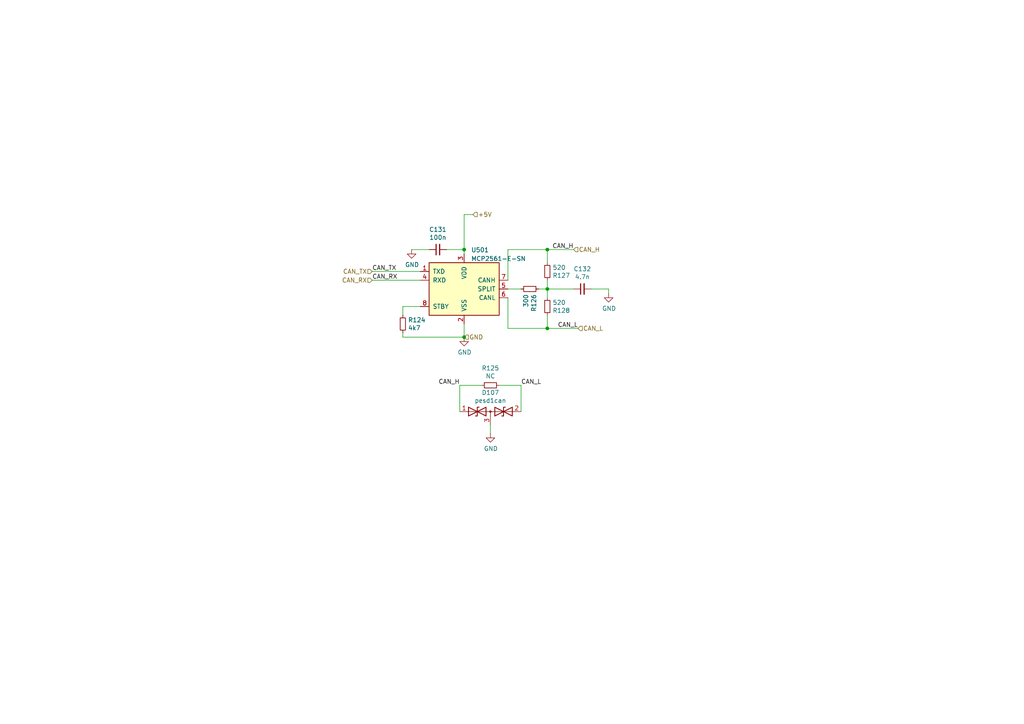
<source format=kicad_sch>
(kicad_sch (version 20250114) (generator "eeschema") (generator_version "9.0")
  (paper "A4")
  (lib_symbols
    (symbol "Controle-rescue:D_TVS_x2_AAC-Device" (pin_names (offset 1.016) (hide yes))
      (property "Reference" "D" (at 0 4.445 0))
      (property "Value" "D_TVS_x2_AAC-Device" (at 0 2.54 0))
      (symbol "D_TVS_x2_AAC-Device_0_0"
        (polyline (pts (xy 0 -1.27) (xy 0 0)))
      )
      (symbol "D_TVS_x2_AAC-Device_0_1"
        (polyline (pts (xy -6.35 1.27) (xy -1.27 -1.27) (xy -1.27 1.27) (xy -6.35 -1.27) (xy -6.35 1.27)) (stroke (width 0.254)))
        (polyline (pts (xy -6.35 0) (xy 6.35 0)))
        (polyline (pts (xy -3.302 1.27) (xy -3.81 1.27) (xy -3.81 -1.27) (xy -4.318 -1.27)) (stroke (width 0.254)))
        (circle (center 0 0) (radius 0.254) (fill (type outline)))
        (polyline (pts (xy 4.318 1.27) (xy 3.81 1.27) (xy 3.81 -1.27) (xy 3.302 -1.27)) (stroke (width 0.254)))
        (polyline (pts (xy 6.35 1.27) (xy 1.27 -1.27) (xy 1.27 1.27) (xy 6.35 -1.27) (xy 6.35 1.27)) (stroke (width 0.254)))
      )
      (symbol "D_TVS_x2_AAC-Device_1_1"
        (pin passive line (at -8.89 0 0) (length 2.54) (name "A1") (number "1"))
        (pin input line (at 0 -3.81 90) (length 2.54) (name "common") (number "3"))
        (pin passive line (at 8.89 0 180) (length 2.54) (name "A2") (number "2"))
      )
    )
    (symbol "Device:C_Small" (pin_numbers (hide yes)) (pin_names (offset 0.254) (hide yes))
      (property "Reference" "C" (at 0.254 1.778 0))
      (property "Value" "C_Small" (at 0.254 -2.032 0))
      (symbol "C_Small_0_1"
        (polyline (pts (xy -1.524 0.508) (xy 1.524 0.508)) (stroke (width 0.3048)))
        (polyline (pts (xy -1.524 -0.508) (xy 1.524 -0.508)) (stroke (width 0.3302)))
      )
      (symbol "C_Small_1_1"
        (pin passive line (at 0 2.54 270) (length 2.032) (name "~") (number "1"))
        (pin passive line (at 0 -2.54 90) (length 2.032) (name "~") (number "2"))
      )
    )
    (symbol "Device:R_Small" (pin_numbers (hide yes)) (pin_names (offset 0.254) (hide yes))
      (property "Reference" "R" (at 0.762 0.508 0))
      (property "Value" "R_Small" (at 0.762 -1.016 0))
      (symbol "R_Small_0_1"
        (rectangle (start -0.762 1.778) (end 0.762 -1.778) (stroke (width 0.2032)))
      )
      (symbol "R_Small_1_1"
        (pin passive line (at 0 2.54 270) (length 0.762) (name "~") (number "1"))
        (pin passive line (at 0 -2.54 90) (length 0.762) (name "~") (number "2"))
      )
    )
    (symbol "Interface_CAN_LIN:MCP2561-E-SN" (pin_names (offset 1.016))
      (property "Reference" "U" (at -10.16 8.89 0))
      (property "Value" "MCP2561-E-SN" (at 2.54 8.89 0))
      (symbol "MCP2561-E-SN_0_1"
        (rectangle (start -10.16 7.62) (end 10.16 -7.62) (stroke (width 0.254)) (fill (type background)))
      )
      (symbol "MCP2561-E-SN_1_1"
        (pin input line (at -12.7 5.08 0) (length 2.54) (name "TXD") (number "1"))
        (pin output line (at -12.7 2.54 0) (length 2.54) (name "RXD") (number "4"))
        (pin input line (at -12.7 -5.08 0) (length 2.54) (name "STBY") (number "8"))
        (pin power_in line (at 0 10.16 270) (length 2.54) (name "VDD") (number "3"))
        (pin power_in line (at 0 -10.16 90) (length 2.54) (name "VSS") (number "2"))
        (pin bidirectional line (at 12.7 2.54 180) (length 2.54) (name "CANH") (number "7"))
        (pin passive line (at 12.7 0 180) (length 2.54) (name "SPLIT") (number "5"))
        (pin bidirectional line (at 12.7 -2.54 180) (length 2.54) (name "CANL") (number "6"))
      )
    )
    (symbol "power:GND" (power) (pin_names (offset 0))
      (property "Value" "GND" (at 0 -3.81 0))
      (symbol "GND_0_1"
        (polyline (pts (xy 0 0) (xy 0 -1.27) (xy 1.27 -1.27) (xy 0 -2.54) (xy -1.27 -1.27) (xy 0 -1.27)))
      )
      (symbol "GND_1_1"
        (pin power_in line (at 0 0 270) (length 0) (hide yes) (name "GND") (number "1"))
      )
    )
  )
  (junction (at 158.75 83.82))
  (junction (at 158.75 72.39))
  (junction (at 134.62 97.79))
  (junction (at 158.75 95.25))
  (junction (at 134.62 72.39))
  (wire (pts (xy 158.75 83.82) (xy 158.75 81.28)))
  (wire (pts (xy 142.24 125.73) (xy 142.24 123.19)))
  (wire (pts (xy 144.78 111.76) (xy 151.13 111.76)))
  (wire (pts (xy 134.62 72.39) (xy 134.62 73.66)))
  (wire (pts (xy 119.38 72.39) (xy 124.46 72.39)))
  (wire (pts (xy 147.32 95.25) (xy 158.75 95.25)))
  (wire (pts (xy 116.84 96.52) (xy 116.84 97.79)))
  (wire (pts (xy 147.32 72.39) (xy 147.32 81.28)))
  (wire (pts (xy 158.75 76.2) (xy 158.75 72.39)))
  (wire (pts (xy 147.32 72.39) (xy 158.75 72.39)))
  (wire (pts (xy 134.62 62.23) (xy 137.16 62.23)))
  (wire (pts (xy 158.75 91.44) (xy 158.75 95.25)))
  (wire (pts (xy 158.75 95.25) (xy 167.64 95.25)))
  (wire (pts (xy 129.54 72.39) (xy 134.62 72.39)))
  (wire (pts (xy 151.13 83.82) (xy 147.32 83.82)))
  (wire (pts (xy 147.32 95.25) (xy 147.32 86.36)))
  (wire (pts (xy 176.53 85.09) (xy 176.53 83.82)))
  (wire (pts (xy 139.7 111.76) (xy 133.35 111.76)))
  (wire (pts (xy 116.84 91.44) (xy 116.84 88.9)))
  (wire (pts (xy 133.35 111.76) (xy 133.35 119.38)))
  (wire (pts (xy 166.37 83.82) (xy 158.75 83.82)))
  (wire (pts (xy 107.95 81.28) (xy 121.92 81.28)))
  (wire (pts (xy 134.62 72.39) (xy 134.62 62.23)))
  (wire (pts (xy 156.21 83.82) (xy 158.75 83.82)))
  (wire (pts (xy 134.62 97.79) (xy 134.62 93.98)))
  (wire (pts (xy 151.13 111.76) (xy 151.13 119.38)))
  (wire (pts (xy 107.95 78.74) (xy 121.92 78.74)))
  (wire (pts (xy 158.75 86.36) (xy 158.75 83.82)))
  (wire (pts (xy 116.84 88.9) (xy 121.92 88.9)))
  (wire (pts (xy 176.53 83.82) (xy 171.45 83.82)))
  (wire (pts (xy 158.75 72.39) (xy 166.37 72.39)))
  (wire (pts (xy 116.84 97.79) (xy 134.62 97.79)))
  (label "CAN_L" (at 151.13 111.76 0))
  (label "CAN_H" (at 133.35 111.76 180))
  (label "CAN_H" (at 166.37 72.39 180))
  (label "CAN_RX" (at 107.95 81.28 0))
  (label "CAN_L" (at 167.64 95.25 180))
  (label "CAN_TX" (at 107.95 78.74 0))
  (hierarchical_label "CAN_H" (shape input) (at 166.37 72.39 0))
  (hierarchical_label "CAN_TX" (shape input) (at 107.95 78.74 180))
  (hierarchical_label "+5V" (shape input) (at 137.16 62.23 0))
  (hierarchical_label "CAN_RX" (shape input) (at 107.95 81.28 180))
  (hierarchical_label "CAN_L" (shape input) (at 167.64 95.25 0))
  (hierarchical_label "GND" (shape input) (at 134.62 97.79 0))
  (symbol (lib_id "power:GND") (at 134.62 97.79 0) (unit 1)
    (property "Reference" "#PWR0140" (effects (hide yes)))
    (property "Value" "GND" (at 134.747 102.1842 0))
  )
  (symbol (lib_id "Device:R_Small") (at 116.84 93.98 0) (unit 1)
    (property "Reference" "R124" (at 118.3386 92.8116 0) (effects (justify left)))
    (property "Value" "4k7" (at 118.3386 95.123 0) (effects (justify left)))
    (property "Footprint" "Resistor_SMD:R_0603_1608Metric_Pad0.98x0.95mm_HandSolder" (effects (hide yes)))
  )
  (symbol (lib_id "power:GND") (at 119.38 72.39 0) (unit 1)
    (property "Reference" "#PWR0139" (effects (hide yes)))
    (property "Value" "GND" (at 119.507 76.7842 0))
  )
  (symbol (lib_id "Device:C_Small") (at 127 72.39 90) (unit 1)
    (property "Reference" "C131" (at 127 66.5734 90))
    (property "Value" "100n" (at 127 68.8848 90))
    (property "Footprint" "Capacitor_SMD:C_0603_1608Metric_Pad1.08x0.95mm_HandSolder" (effects (hide yes)))
  )
  (symbol (lib_id "Controle-rescue:D_TVS_x2_AAC-Device") (at 142.24 119.38 0) (unit 1)
    (property "Reference" "D107" (at 142.24 113.8682 0))
    (property "Value" "pesd1can" (at 142.24 116.1796 0))
    (property "Footprint" "Package_TO_SOT_SMD:SOT-23" (effects (hide yes)))
  )
  (symbol (lib_id "Device:R_Small") (at 142.24 111.76 270) (unit 1)
    (property "Reference" "R125" (at 142.24 106.7816 90))
    (property "Value" "NC" (at 142.24 109.093 90))
    (property "Footprint" "Resistor_SMD:R_0603_1608Metric_Pad0.98x0.95mm_HandSolder" (effects (hide yes)))
  )
  (symbol (lib_id "power:GND") (at 142.24 125.73 0) (unit 1)
    (property "Reference" "#PWR0141" (effects (hide yes)))
    (property "Value" "GND" (at 142.367 130.1242 0))
  )
  (symbol (lib_id "Device:R_Small") (at 153.67 83.82 270) (unit 1)
    (property "Reference" "R126" (at 154.8384 85.3186 0) (effects (justify left)))
    (property "Value" "300" (at 152.527 85.3186 0) (effects (justify left)))
    (property "Footprint" "Resistor_SMD:R_0603_1608Metric_Pad0.98x0.95mm_HandSolder" (effects (hide yes)))
  )
  (symbol (lib_id "Device:R_Small") (at 158.75 78.74 0) (mirror x) (unit 1)
    (property "Reference" "R127" (at 160.2486 79.9084 0) (effects (justify left)))
    (property "Value" "520" (at 160.2486 77.597 0) (effects (justify left)))
    (property "Footprint" "Resistor_SMD:R_0603_1608Metric_Pad0.98x0.95mm_HandSolder" (effects (hide yes)))
  )
  (symbol (lib_id "Device:R_Small") (at 158.75 88.9 0) (mirror x) (unit 1)
    (property "Reference" "R128" (at 160.2486 90.0684 0) (effects (justify left)))
    (property "Value" "520" (at 160.2486 87.757 0) (effects (justify left)))
    (property "Footprint" "Resistor_SMD:R_0603_1608Metric_Pad0.98x0.95mm_HandSolder" (effects (hide yes)))
  )
  (symbol (lib_id "Device:C_Small") (at 168.91 83.82 90) (unit 1)
    (property "Reference" "C132" (at 168.91 78.0034 90))
    (property "Value" "4.7n" (at 168.91 80.3148 90))
    (property "Footprint" "Capacitor_SMD:C_0603_1608Metric_Pad1.08x0.95mm_HandSolder" (effects (hide yes)))
  )
  (symbol (lib_id "power:GND") (at 176.53 85.09 0) (unit 1)
    (property "Reference" "#PWR0142" (effects (hide yes)))
    (property "Value" "GND" (at 176.657 89.4842 0))
  )
  (symbol (lib_id "Interface_CAN_LIN:MCP2561-E-SN") (at 134.62 83.82 0) (unit 1)
    (property "Reference" "U501" (at 136.6394 72.5002 0) (effects (justify left)))
    (property "Value" "MCP2561-E-SN" (at 136.6394 75.0371 0) (effects (justify left)))
    (property "Footprint" "Package_SO:SOIC-8_3.9x4.9mm_P1.27mm" (effects (hide yes)))
    (property "Datasheet" "http://ww1.microchip.com/downloads/en/DeviceDoc/25167A.pdf" (effects (hide yes)))
  )
)
</source>
